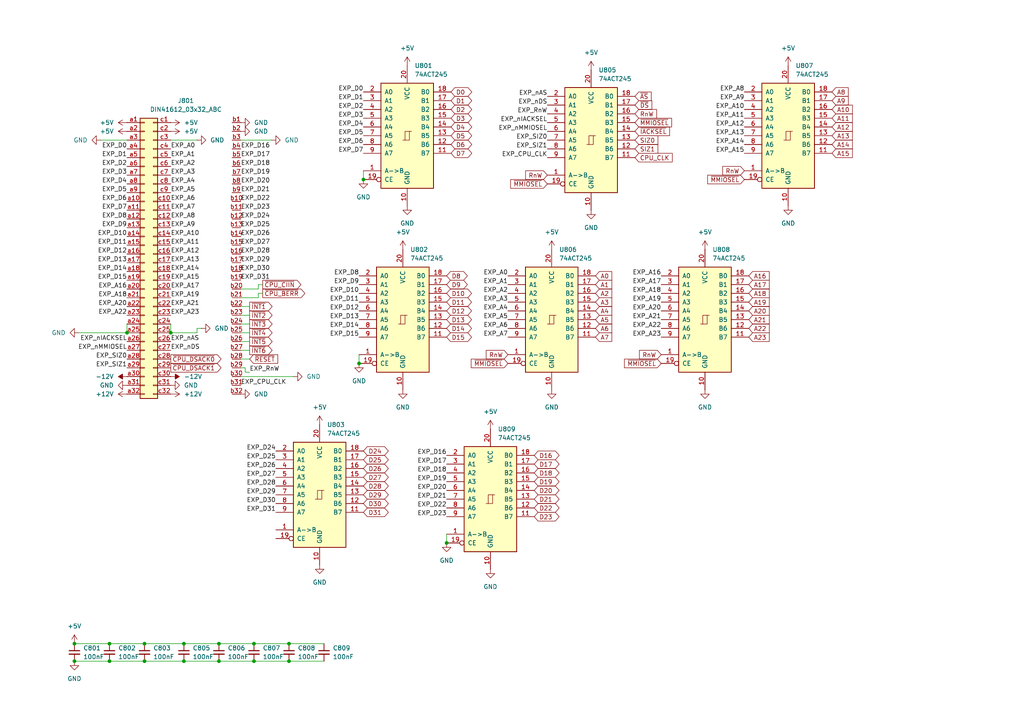
<source format=kicad_sch>
(kicad_sch (version 20250114) (generator "eeschema") (generator_version "9.0")
  (paper "A4")
  (lib_symbols
    (symbol "74xx:74HC245" (pin_names (offset 1.016))
      (property "Reference" "U" (at -7.62 16.51 0))
      (property "Value" "74HC245" (at -7.62 -16.51 0))
      (symbol "74HC245_1_0"
        (polyline (pts (xy -1.27 -1.27) (xy 0.635 -1.27) (xy 0.635 1.27) (xy 1.27 1.27)))
        (polyline (pts (xy -0.635 -1.27) (xy -0.635 1.27) (xy 0.635 1.27)))
        (pin tri_state line (at -12.7 12.7 0) (length 5.08) (name "A0") (number "2"))
        (pin tri_state line (at -12.7 10.16 0) (length 5.08) (name "A1") (number "3"))
        (pin tri_state line (at -12.7 7.62 0) (length 5.08) (name "A2") (number "4"))
        (pin tri_state line (at -12.7 5.08 0) (length 5.08) (name "A3") (number "5"))
        (pin tri_state line (at -12.7 2.54 0) (length 5.08) (name "A4") (number "6"))
        (pin tri_state line (at -12.7 0 0) (length 5.08) (name "A5") (number "7"))
        (pin tri_state line (at -12.7 -2.54 0) (length 5.08) (name "A6") (number "8"))
        (pin tri_state line (at -12.7 -5.08 0) (length 5.08) (name "A7") (number "9"))
        (pin input line (at -12.7 -10.16 0) (length 5.08) (name "A->B") (number "1"))
        (pin input inverted (at -12.7 -12.7 0) (length 5.08) (name "CE") (number "19"))
        (pin power_in line (at 0 20.32 270) (length 5.08) (name "VCC") (number "20"))
        (pin power_in line (at 0 -20.32 90) (length 5.08) (name "GND") (number "10"))
        (pin tri_state line (at 12.7 12.7 180) (length 5.08) (name "B0") (number "18"))
        (pin tri_state line (at 12.7 10.16 180) (length 5.08) (name "B1") (number "17"))
        (pin tri_state line (at 12.7 7.62 180) (length 5.08) (name "B2") (number "16"))
        (pin tri_state line (at 12.7 5.08 180) (length 5.08) (name "B3") (number "15"))
        (pin tri_state line (at 12.7 2.54 180) (length 5.08) (name "B4") (number "14"))
        (pin tri_state line (at 12.7 0 180) (length 5.08) (name "B5") (number "13"))
        (pin tri_state line (at 12.7 -2.54 180) (length 5.08) (name "B6") (number "12"))
        (pin tri_state line (at 12.7 -5.08 180) (length 5.08) (name "B7") (number "11"))
      )
      (symbol "74HC245_1_1"
        (rectangle (start -7.62 15.24) (end 7.62 -15.24) (stroke (width 0.254)) (fill (type background)))
      )
    )
    (symbol "Device:C_Small" (pin_numbers (hide yes)) (pin_names (offset 0.254) (hide yes))
      (property "Reference" "C" (at 0.254 1.778 0))
      (property "Value" "C_Small" (at 0.254 -2.032 0))
      (symbol "C_Small_0_1"
        (polyline (pts (xy -1.524 0.508) (xy 1.524 0.508)) (stroke (width 0.3048)))
        (polyline (pts (xy -1.524 -0.508) (xy 1.524 -0.508)) (stroke (width 0.3302)))
      )
      (symbol "C_Small_1_1"
        (pin passive line (at 0 2.54 270) (length 2.032) (name "~") (number "1"))
        (pin passive line (at 0 -2.54 90) (length 2.032) (name "~") (number "2"))
      )
    )
    (symbol "jrt-Connectors:DIN41612_03x32_ABC" (pin_names (offset 1.016) (hide yes))
      (property "Reference" "J" (at 1.27 40.64 0))
      (property "Value" "DIN41612_03x32_ABC" (at 1.27 -43.18 0))
      (symbol "DIN41612_03x32_ABC_1_1"
        (rectangle (start -1.27 39.37) (end 3.81 -41.91) (stroke (width 0.254)) (fill (type background)))
        (rectangle (start -1.27 38.227) (end 0 37.973) (stroke (width 0.1524)))
        (rectangle (start -1.27 35.687) (end 0 35.433) (stroke (width 0.1524)))
        (rectangle (start -1.27 33.147) (end 0 32.893) (stroke (width 0.1524)))
        (rectangle (start -1.27 30.607) (end 0 30.353) (stroke (width 0.1524)))
        (rectangle (start -1.27 28.067) (end 0 27.813) (stroke (width 0.1524)))
        (rectangle (start -1.27 25.527) (end 0 25.273) (stroke (width 0.1524)))
        (rectangle (start -1.27 22.987) (end 0 22.733) (stroke (width 0.1524)))
        (rectangle (start -1.27 20.447) (end 0 20.193) (stroke (width 0.1524)))
        (rectangle (start -1.27 17.907) (end 0 17.653) (stroke (width 0.1524)))
        (rectangle (start -1.27 15.367) (end 0 15.113) (stroke (width 0.1524)))
        (rectangle (start -1.27 12.827) (end 0 12.573) (stroke (width 0.1524)))
        (rectangle (start -1.27 10.287) (end 0 10.033) (stroke (width 0.1524)))
        (rectangle (start -1.27 7.747) (end 0 7.493) (stroke (width 0.1524)))
        (rectangle (start -1.27 5.207) (end 0 4.953) (stroke (width 0.1524)))
        (rectangle (start -1.27 2.667) (end 0 2.413) (stroke (width 0.1524)))
        (rectangle (start -1.27 0.127) (end 0 -0.127) (stroke (width 0.1524)))
        (rectangle (start -1.27 -2.413) (end 0 -2.667) (stroke (width 0.1524)))
        (rectangle (start -1.27 -4.953) (end 0 -5.207) (stroke (width 0.1524)))
        (rectangle (start -1.27 -7.493) (end 0 -7.747) (stroke (width 0.1524)))
        (rectangle (start -1.27 -10.033) (end 0 -10.287) (stroke (width 0.1524)))
        (rectangle (start -1.27 -12.573) (end 0 -12.827) (stroke (width 0.1524)))
        (rectangle (start -1.27 -15.113) (end 0 -15.367) (stroke (width 0.1524)))
        (rectangle (start -1.27 -17.653) (end 0 -17.907) (stroke (width 0.1524)))
        (rectangle (start -1.27 -20.193) (end 0 -20.447) (stroke (width 0.1524)))
        (rectangle (start -1.27 -22.733) (end 0 -22.987) (stroke (width 0.1524)))
        (rectangle (start -1.27 -25.273) (end 0 -25.527) (stroke (width 0.1524)))
        (rectangle (start -1.27 -27.813) (end 0 -28.067) (stroke (width 0.1524)))
        (rectangle (start -1.27 -30.353) (end 0 -30.607) (stroke (width 0.1524)))
        (rectangle (start -1.27 -32.893) (end 0 -33.147) (stroke (width 0.1524)))
        (rectangle (start -1.27 -35.433) (end 0 -35.687) (stroke (width 0.1524)))
        (rectangle (start -1.27 -37.973) (end 0 -38.227) (stroke (width 0.1524)))
        (rectangle (start -1.27 -40.513) (end 0 -40.767) (stroke (width 0.1524)))
        (rectangle (start 3.81 38.227) (end 2.54 37.973) (stroke (width 0.1524)))
        (rectangle (start 3.81 35.687) (end 2.54 35.433) (stroke (width 0.1524)))
        (rectangle (start 3.81 33.147) (end 2.54 32.893) (stroke (width 0.1524)))
        (rectangle (start 3.81 30.607) (end 2.54 30.353) (stroke (width 0.1524)))
        (rectangle (start 3.81 28.067) (end 2.54 27.813) (stroke (width 0.1524)))
        (rectangle (start 3.81 25.527) (end 2.54 25.273) (stroke (width 0.1524)))
        (rectangle (start 3.81 22.987) (end 2.54 22.733) (stroke (width 0.1524)))
        (rectangle (start 3.81 20.447) (end 2.54 20.193) (stroke (width 0.1524)))
        (rectangle (start 3.81 17.907) (end 2.54 17.653) (stroke (width 0.1524)))
        (rectangle (start 3.81 15.367) (end 2.54 15.113) (stroke (width 0.1524)))
        (rectangle (start 3.81 12.827) (end 2.54 12.573) (stroke (width 0.1524)))
        (rectangle (start 3.81 10.287) (end 2.54 10.033) (stroke (width 0.1524)))
        (rectangle (start 3.81 7.747) (end 2.54 7.493) (stroke (width 0.1524)))
        (rectangle (start 3.81 5.207) (end 2.54 4.953) (stroke (width 0.1524)))
        (rectangle (start 3.81 2.667) (end 2.54 2.413) (stroke (width 0.1524)))
        (rectangle (start 3.81 0.127) (end 2.54 -0.127) (stroke (width 0.1524)))
        (rectangle (start 3.81 -2.413) (end 2.54 -2.667) (stroke (width 0.1524)))
        (rectangle (start 3.81 -4.953) (end 2.54 -5.207) (stroke (width 0.1524)))
        (rectangle (start 3.81 -7.493) (end 2.54 -7.747) (stroke (width 0.1524)))
        (rectangle (start 3.81 -10.033) (end 2.54 -10.287) (stroke (width 0.1524)))
        (rectangle (start 3.81 -12.573) (end 2.54 -12.827) (stroke (width 0.1524)))
        (rectangle (start 3.81 -15.113) (end 2.54 -15.367) (stroke (width 0.1524)))
        (rectangle (start 3.81 -17.653) (end 2.54 -17.907) (stroke (width 0.1524)))
        (rectangle (start 3.81 -20.193) (end 2.54 -20.447) (stroke (width 0.1524)))
        (rectangle (start 3.81 -22.733) (end 2.54 -22.987) (stroke (width 0.1524)))
        (rectangle (start 3.81 -25.273) (end 2.54 -25.527) (stroke (width 0.1524)))
        (rectangle (start 3.81 -27.813) (end 2.54 -28.067) (stroke (width 0.1524)))
        (rectangle (start 3.81 -30.353) (end 2.54 -30.607) (stroke (width 0.1524)))
        (rectangle (start 3.81 -32.893) (end 2.54 -33.147) (stroke (width 0.1524)))
        (rectangle (start 3.81 -35.433) (end 2.54 -35.687) (stroke (width 0.1524)))
        (rectangle (start 3.81 -37.973) (end 2.54 -38.227) (stroke (width 0.1524)))
        (rectangle (start 3.81 -40.513) (end 2.54 -40.767) (stroke (width 0.1524)))
        (pin passive line (at -5.08 38.1 0) (length 3.81) (name "Pin_a1") (number "a1"))
        (pin passive line (at -5.08 35.56 0) (length 3.81) (name "Pin_a2") (number "a2"))
        (pin passive line (at -5.08 33.02 0) (length 3.81) (name "Pin_a3") (number "a3"))
        (pin passive line (at -5.08 30.48 0) (length 3.81) (name "Pin_a4") (number "a4"))
        (pin passive line (at -5.08 27.94 0) (length 3.81) (name "Pin_a5") (number "a5"))
        (pin passive line (at -5.08 25.4 0) (length 3.81) (name "Pin_a6") (number "a6"))
        (pin passive line (at -5.08 22.86 0) (length 3.81) (name "Pin_a7") (number "a7"))
        (pin passive line (at -5.08 20.32 0) (length 3.81) (name "Pin_a8") (number "a8"))
        (pin passive line (at -5.08 17.78 0) (length 3.81) (name "Pin_a9") (number "a9"))
        (pin passive line (at -5.08 15.24 0) (length 3.81) (name "Pin_a10") (number "a10"))
        (pin passive line (at -5.08 12.7 0) (length 3.81) (name "Pin_a11") (number "a11"))
        (pin passive line (at -5.08 10.16 0) (length 3.81) (name "Pin_a12") (number "a12"))
        (pin passive line (at -5.08 7.62 0) (length 3.81) (name "Pin_a13") (number "a13"))
        (pin passive line (at -5.08 5.08 0) (length 3.81) (name "Pin_a14") (number "a14"))
        (pin passive line (at -5.08 2.54 0) (length 3.81) (name "Pin_a15") (number "a15"))
        (pin passive line (at -5.08 0 0) (length 3.81) (name "Pin_a16") (number "a16"))
        (pin passive line (at -5.08 -2.54 0) (length 3.81) (name "Pin_a17") (number "a17"))
        (pin passive line (at -5.08 -5.08 0) (length 3.81) (name "Pin_a18") (number "a18"))
        (pin passive line (at -5.08 -7.62 0) (length 3.81) (name "Pin_a19") (number "a19"))
        (pin passive line (at -5.08 -10.16 0) (length 3.81) (name "Pin_a20") (number "a20"))
        (pin passive line (at -5.08 -12.7 0) (length 3.81) (name "Pin_a21") (number "a21"))
        (pin passive line (at -5.08 -15.24 0) (length 3.81) (name "Pin_a22") (number "a22"))
        (pin passive line (at -5.08 -17.78 0) (length 3.81) (name "Pin_a23") (number "a23"))
        (pin passive line (at -5.08 -20.32 0) (length 3.81) (name "Pin_a24") (number "a24"))
        (pin passive line (at -5.08 -22.86 0) (length 3.81) (name "Pin_a25") (number "a25"))
        (pin passive line (at -5.08 -25.4 0) (length 3.81) (name "Pin_a26") (number "a26"))
        (pin passive line (at -5.08 -27.94 0) (length 3.81) (name "Pin_a27") (number "a27"))
        (pin passive line (at -5.08 -30.48 0) (length 3.81) (name "Pin_a28") (number "a28"))
        (pin passive line (at -5.08 -33.02 0) (length 3.81) (name "Pin_a29") (number "a29"))
        (pin passive line (at -5.08 -35.56 0) (length 3.81) (name "Pin_a30") (number "a30"))
        (pin passive line (at -5.08 -38.1 0) (length 3.81) (name "Pin_a31") (number "a31"))
        (pin passive line (at -5.08 -40.64 0) (length 3.81) (name "Pin_a32") (number "a32"))
        (pin passive line (at 7.62 38.1 180) (length 3.81) (name "Pin_c1") (number "c1"))
        (pin passive line (at 7.62 35.56 180) (length 3.81) (name "Pin_c2") (number "c2"))
        (pin passive line (at 7.62 33.02 180) (length 3.81) (name "Pin_c3") (number "c3"))
        (pin passive line (at 7.62 30.48 180) (length 3.81) (name "Pin_c4") (number "c4"))
        (pin passive line (at 7.62 27.94 180) (length 3.81) (name "Pin_c5") (number "c5"))
        (pin passive line (at 7.62 25.4 180) (length 3.81) (name "Pin_c6") (number "c6"))
        (pin passive line (at 7.62 22.86 180) (length 3.81) (name "Pin_c7") (number "c7"))
        (pin passive line (at 7.62 20.32 180) (length 3.81) (name "Pin_c8") (number "c8"))
        (pin passive line (at 7.62 17.78 180) (length 3.81) (name "Pin_c9") (number "c9"))
        (pin passive line (at 7.62 15.24 180) (length 3.81) (name "Pin_c10") (number "c10"))
        (pin passive line (at 7.62 12.7 180) (length 3.81) (name "Pin_c11") (number "c11"))
        (pin passive line (at 7.62 10.16 180) (length 3.81) (name "Pin_c12") (number "c12"))
        (pin passive line (at 7.62 7.62 180) (length 3.81) (name "Pin_c13") (number "c13"))
        (pin passive line (at 7.62 5.08 180) (length 3.81) (name "Pin_c14") (number "c14"))
        (pin passive line (at 7.62 2.54 180) (length 3.81) (name "Pin_c15") (number "c15"))
        (pin passive line (at 7.62 0 180) (length 3.81) (name "Pin_c16") (number "c16"))
        (pin passive line (at 7.62 -2.54 180) (length 3.81) (name "Pin_c17") (number "c17"))
        (pin passive line (at 7.62 -5.08 180) (length 3.81) (name "Pin_c18") (number "c18"))
        (pin passive line (at 7.62 -7.62 180) (length 3.81) (name "Pin_c19") (number "c19"))
        (pin passive line (at 7.62 -10.16 180) (length 3.81) (name "Pin_c20") (number "c20"))
        (pin passive line (at 7.62 -12.7 180) (length 3.81) (name "Pin_c21") (number "c21"))
        (pin passive line (at 7.62 -15.24 180) (length 3.81) (name "Pin_c22") (number "c22"))
        (pin passive line (at 7.62 -17.78 180) (length 3.81) (name "Pin_c23") (number "c23"))
        (pin passive line (at 7.62 -20.32 180) (length 3.81) (name "Pin_c24") (number "c24"))
        (pin passive line (at 7.62 -22.86 180) (length 3.81) (name "Pin_c25") (number "c25"))
        (pin passive line (at 7.62 -25.4 180) (length 3.81) (name "Pin_c26") (number "c26"))
        (pin passive line (at 7.62 -27.94 180) (length 3.81) (name "Pin_c27") (number "c27"))
        (pin passive line (at 7.62 -30.48 180) (length 3.81) (name "Pin_c28") (number "c28"))
        (pin passive line (at 7.62 -33.02 180) (length 3.81) (name "Pin_c29") (number "c29"))
        (pin passive line (at 7.62 -35.56 180) (length 3.81) (name "Pin_c30") (number "c30"))
        (pin passive line (at 7.62 -38.1 180) (length 3.81) (name "Pin_c31") (number "c31"))
        (pin passive line (at 7.62 -40.64 180) (length 3.81) (name "Pin_c32") (number "c32"))
        (pin passive line (at 27.94 38.1 180) (length 2.54) (name "Pin_b1") (number "b1"))
        (pin passive line (at 27.94 35.56 180) (length 2.54) (name "Pin_b2") (number "b2"))
        (pin passive line (at 27.94 33.02 180) (length 2.54) (name "Pin_b3") (number "b3"))
        (pin passive line (at 27.94 30.48 180) (length 2.54) (name "Pin_b4") (number "b4"))
        (pin passive line (at 27.94 27.94 180) (length 2.54) (name "Pin_b5") (number "b5"))
        (pin passive line (at 27.94 25.4 180) (length 2.54) (name "Pin_b6") (number "b6"))
        (pin passive line (at 27.94 22.86 180) (length 2.54) (name "Pin_b7") (number "b7"))
        (pin passive line (at 27.94 20.32 180) (length 2.54) (name "Pin_b8") (number "b8"))
        (pin passive line (at 27.94 17.78 180) (length 2.54) (name "Pin_b9") (number "b9"))
        (pin passive line (at 27.94 15.24 180) (length 2.54) (name "Pin_b10") (number "b10"))
        (pin passive line (at 27.94 12.7 180) (length 2.54) (name "Pin_b11") (number "b11"))
        (pin passive line (at 27.94 10.16 180) (length 2.54) (name "Pin_b12") (number "b12"))
        (pin passive line (at 27.94 7.62 180) (length 2.54) (name "Pin_b13") (number "b13"))
        (pin passive line (at 27.94 5.08 180) (length 2.54) (name "Pin_b14") (number "b14"))
        (pin passive line (at 27.94 2.54 180) (length 2.54) (name "Pin_b15") (number "b15"))
        (pin passive line (at 27.94 0 180) (length 2.54) (name "Pin_b16") (number "b16"))
        (pin passive line (at 27.94 -2.54 180) (length 2.54) (name "Pin_b17") (number "b17"))
        (pin passive line (at 27.94 -5.08 180) (length 2.54) (name "Pin_b18") (number "b18"))
        (pin passive line (at 27.94 -7.62 180) (length 2.54) (name "Pin_b19") (number "b19"))
        (pin passive line (at 27.94 -10.16 180) (length 2.54) (name "Pin_b20") (number "b20"))
        (pin passive line (at 27.94 -12.7 180) (length 2.54) (name "Pin_b21") (number "b21"))
        (pin passive line (at 27.94 -15.24 180) (length 2.54) (name "Pin_b22") (number "b22"))
        (pin passive line (at 27.94 -17.78 180) (length 2.54) (name "Pin_b23") (number "b23"))
        (pin passive line (at 27.94 -20.32 180) (length 2.54) (name "Pin_b24") (number "b24"))
        (pin passive line (at 27.94 -22.86 180) (length 2.54) (name "Pin_b25") (number "b25"))
        (pin passive line (at 27.94 -25.4 180) (length 2.54) (name "Pin_b26") (number "b26"))
        (pin passive line (at 27.94 -27.94 180) (length 2.54) (name "Pin_b27") (number "b27"))
        (pin passive line (at 27.94 -30.48 180) (length 2.54) (name "Pin_b28") (number "b28"))
        (pin passive line (at 27.94 -33.02 180) (length 2.54) (name "Pin_b29") (number "b29"))
        (pin passive line (at 27.94 -35.56 180) (length 2.54) (name "Pin_b30") (number "b30"))
        (pin passive line (at 27.94 -38.1 180) (length 2.54) (name "Pin_b31") (number "b31"))
        (pin passive line (at 27.94 -40.64 180) (length 2.54) (name "Pin_b32") (number "b32"))
      )
    )
    (symbol "power:+12V" (power) (pin_numbers (hide yes)) (pin_names (offset 0) (hide yes))
      (property "Value" "+12V" (at 0 3.556 0))
      (symbol "+12V_0_1"
        (polyline (pts (xy -0.762 1.27) (xy 0 2.54)))
        (polyline (pts (xy 0 2.54) (xy 0.762 1.27)))
        (polyline (pts (xy 0 0) (xy 0 2.54)))
      )
      (symbol "+12V_1_1"
        (pin power_in line (at 0 0 90) (length 0) (name "~") (number "1"))
      )
    )
    (symbol "power:+5V" (power) (pin_numbers (hide yes)) (pin_names (offset 0) (hide yes))
      (property "Value" "+5V" (at 0 3.556 0))
      (symbol "+5V_0_1"
        (polyline (pts (xy -0.762 1.27) (xy 0 2.54)))
        (polyline (pts (xy 0 2.54) (xy 0.762 1.27)))
        (polyline (pts (xy 0 0) (xy 0 2.54)))
      )
      (symbol "+5V_1_1"
        (pin power_in line (at 0 0 90) (length 0) (name "~") (number "1"))
      )
    )
    (symbol "power:-12V" (power) (pin_numbers (hide yes)) (pin_names (offset 0) (hide yes))
      (property "Value" "-12V" (at 0 3.556 0))
      (symbol "-12V_0_0"
        (pin power_in line (at 0 0 90) (length 0) (name "~") (number "1"))
      )
      (symbol "-12V_0_1"
        (polyline (pts (xy 0 0) (xy 0 1.27) (xy 0.762 1.27) (xy 0 2.54) (xy -0.762 1.27) (xy 0 1.27)) (fill (type outline)))
      )
    )
    (symbol "power:GND" (power) (pin_numbers (hide yes)) (pin_names (offset 0) (hide yes))
      (property "Value" "GND" (at 0 -3.81 0))
      (symbol "GND_0_1"
        (polyline (pts (xy 0 0) (xy 0 -1.27) (xy 1.27 -1.27) (xy 0 -2.54) (xy -1.27 -1.27) (xy 0 -1.27)))
      )
      (symbol "GND_1_1"
        (pin power_in line (at 0 0 270) (length 0) (name "~") (number "1"))
      )
    )
  )
  (junction (at 49.53 96.52))
  (junction (at 63.5 186.69))
  (junction (at 21.59 191.77))
  (junction (at 63.5 191.77))
  (junction (at 36.83 96.52))
  (junction (at 31.75 191.77))
  (junction (at 53.34 186.69))
  (junction (at 53.34 191.77))
  (junction (at 41.91 186.69))
  (junction (at 83.82 191.77))
  (junction (at 105.41 52.07))
  (junction (at 129.54 157.48))
  (junction (at 83.82 186.69))
  (junction (at 21.59 186.69))
  (junction (at 41.91 191.77))
  (junction (at 73.66 191.77))
  (junction (at 73.66 186.69))
  (junction (at 31.75 186.69))
  (junction (at 104.14 105.41))
  (wire (pts (xy 74.93 85.09) (xy 74.93 86.36)))
  (wire (pts (xy 69.85 101.6) (xy 72.39 101.6)))
  (wire (pts (xy 57.15 96.52) (xy 49.53 96.52)))
  (wire (pts (xy 76.2 82.55) (xy 74.93 82.55)))
  (wire (pts (xy 105.41 49.53) (xy 105.41 52.07)))
  (wire (pts (xy 69.85 104.14) (xy 72.39 104.14)))
  (wire (pts (xy 83.82 186.69) (xy 93.98 186.69)))
  (wire (pts (xy 53.34 191.77) (xy 63.5 191.77)))
  (wire (pts (xy 22.86 96.52) (xy 36.83 96.52)))
  (wire (pts (xy 69.85 99.06) (xy 72.39 99.06)))
  (wire (pts (xy 58.42 95.25) (xy 57.15 95.25)))
  (wire (pts (xy 71.12 107.95) (xy 71.12 106.68)))
  (wire (pts (xy 72.39 88.9) (xy 69.85 88.9)))
  (wire (pts (xy 73.66 186.69) (xy 83.82 186.69)))
  (wire (pts (xy 63.5 186.69) (xy 73.66 186.69)))
  (wire (pts (xy 21.59 191.77) (xy 31.75 191.77)))
  (wire (pts (xy 29.21 40.64) (xy 36.83 40.64)))
  (wire (pts (xy 49.53 93.98) (xy 49.53 96.52)))
  (wire (pts (xy 74.93 83.82) (xy 69.85 83.82)))
  (wire (pts (xy 41.91 186.69) (xy 53.34 186.69)))
  (wire (pts (xy 41.91 191.77) (xy 53.34 191.77)))
  (wire (pts (xy 85.09 109.22) (xy 69.85 109.22)))
  (wire (pts (xy 78.74 40.64) (xy 69.85 40.64)))
  (wire (pts (xy 69.85 86.36) (xy 74.93 86.36)))
  (wire (pts (xy 21.59 186.69) (xy 31.75 186.69)))
  (wire (pts (xy 63.5 191.77) (xy 73.66 191.77)))
  (wire (pts (xy 72.39 107.95) (xy 71.12 107.95)))
  (wire (pts (xy 36.83 93.98) (xy 36.83 96.52)))
  (wire (pts (xy 129.54 154.94) (xy 129.54 157.48)))
  (wire (pts (xy 57.15 40.64) (xy 49.53 40.64)))
  (wire (pts (xy 71.12 106.68) (xy 69.85 106.68)))
  (wire (pts (xy 31.75 191.77) (xy 41.91 191.77)))
  (wire (pts (xy 53.34 186.69) (xy 63.5 186.69)))
  (wire (pts (xy 57.15 95.25) (xy 57.15 96.52)))
  (wire (pts (xy 76.2 85.09) (xy 74.93 85.09)))
  (wire (pts (xy 31.75 186.69) (xy 41.91 186.69)))
  (wire (pts (xy 69.85 96.52) (xy 72.39 96.52)))
  (wire (pts (xy 69.85 91.44) (xy 72.39 91.44)))
  (wire (pts (xy 104.14 102.87) (xy 104.14 105.41)))
  (wire (pts (xy 83.82 191.77) (xy 93.98 191.77)))
  (wire (pts (xy 74.93 82.55) (xy 74.93 83.82)))
  (wire (pts (xy 73.66 191.77) (xy 83.82 191.77)))
  (wire (pts (xy 69.85 93.98) (xy 72.39 93.98)))
  (label "EXP_D13" (at 104.14 92.71 180))
  (label "EXP_D17" (at 129.54 134.62 180))
  (label "EXP_D23" (at 69.85 60.96 0))
  (label "EXP_D18" (at 129.54 137.16 180))
  (label "EXP_A19" (at 49.53 86.36 0))
  (label "EXP_A5" (at 147.32 92.71 180))
  (label "EXP_nAS" (at 49.53 99.06 0))
  (label "EXP_A23" (at 191.77 97.79 180))
  (label "EXP_D7" (at 105.41 44.45 180))
  (label "EXP_D22" (at 69.85 58.42 0))
  (label "EXP_D8" (at 104.14 80.01 180))
  (label "EXP_D26" (at 80.01 135.89 180))
  (label "EXP_A12" (at 215.9 36.83 180))
  (label "EXP_D29" (at 69.85 76.2 0))
  (label "EXP_D16" (at 69.85 43.18 0))
  (label "EXP_D11" (at 36.83 71.12 180))
  (label "EXP_A10" (at 49.53 68.58 0))
  (label "EXP_A7" (at 49.53 60.96 0))
  (label "EXP_nIACKSEL" (at 158.75 35.56 180))
  (label "EXP_D20" (at 129.54 142.24 180))
  (label "EXP_A0" (at 49.53 43.18 0))
  (label "EXP_D23" (at 129.54 149.86 180))
  (label "EXP_A7" (at 147.32 97.79 180))
  (label "EXP_D6" (at 105.41 41.91 180))
  (label "EXP_nMMIOSEL" (at 36.83 101.6 180))
  (label "EXP_RnW" (at 158.75 33.02 180))
  (label "EXP_A13" (at 49.53 76.2 0))
  (label "EXP_A21" (at 49.53 88.9 0))
  (label "EXP_D0" (at 36.83 43.18 180))
  (label "EXP_D24" (at 69.85 63.5 0))
  (label "EXP_A9" (at 215.9 29.21 180))
  (label "EXP_D25" (at 80.01 133.35 180))
  (label "EXP_A14" (at 49.53 78.74 0))
  (label "EXP_nDS" (at 158.75 30.48 180))
  (label "EXP_D3" (at 105.41 34.29 180))
  (label "EXP_D19" (at 129.54 139.7 180))
  (label "EXP_D30" (at 69.85 78.74 0))
  (label "EXP_A0" (at 147.32 80.01 180))
  (label "EXP_A17" (at 49.53 83.82 0))
  (label "EXP_A22" (at 36.83 91.44 180))
  (label "EXP_D25" (at 69.85 66.04 0))
  (label "EXP_D30" (at 80.01 146.05 180))
  (label "EXP_D22" (at 129.54 147.32 180))
  (label "EXP_A19" (at 191.77 87.63 180))
  (label "EXP_D24" (at 80.01 130.81 180))
  (label "EXP_A10" (at 215.9 31.75 180))
  (label "EXP_SIZ1" (at 36.83 106.68 180))
  (label "EXP_A6" (at 49.53 58.42 0))
  (label "EXP_RnW" (at 72.39 107.95 0))
  (label "EXP_D12" (at 104.14 90.17 180))
  (label "EXP_CPU_CLK" (at 158.75 45.72 180))
  (label "EXP_A1" (at 49.53 45.72 0))
  (label "EXP_D31" (at 80.01 148.59 180))
  (label "EXP_SIZ0" (at 158.75 40.64 180))
  (label "EXP_D7" (at 36.83 60.96 180))
  (label "EXP_D19" (at 69.85 50.8 0))
  (label "EXP_A4" (at 49.53 53.34 0))
  (label "EXP_D29" (at 80.01 143.51 180))
  (label "EXP_D10" (at 104.14 85.09 180))
  (label "EXP_A16" (at 191.77 80.01 180))
  (label "EXP_D9" (at 36.83 66.04 180))
  (label "EXP_A1" (at 147.32 82.55 180))
  (label "EXP_A16" (at 36.83 83.82 180))
  (label "EXP_D6" (at 36.83 58.42 180))
  (label "EXP_D21" (at 69.85 55.88 0))
  (label "EXP_D2" (at 105.41 31.75 180))
  (label "EXP_A11" (at 49.53 71.12 0))
  (label "EXP_A15" (at 215.9 44.45 180))
  (label "EXP_D13" (at 36.83 76.2 180))
  (label "EXP_D10" (at 36.83 68.58 180))
  (label "EXP_D0" (at 105.41 26.67 180))
  (label "EXP_D8" (at 36.83 63.5 180))
  (label "EXP_A2" (at 147.32 85.09 180))
  (label "EXP_A18" (at 191.77 85.09 180))
  (label "EXP_A14" (at 215.9 41.91 180))
  (label "EXP_D14" (at 36.83 78.74 180))
  (label "EXP_SIZ0" (at 36.83 104.14 180))
  (label "EXP_D18" (at 69.85 48.26 0))
  (label "EXP_D12" (at 36.83 73.66 180))
  (label "EXP_A13" (at 215.9 39.37 180))
  (label "EXP_A17" (at 191.77 82.55 180))
  (label "EXP_D2" (at 36.83 48.26 180))
  (label "EXP_D16" (at 129.54 132.08 180))
  (label "EXP_nIACKSEL" (at 36.83 99.06 180))
  (label "EXP_SIZ1" (at 158.75 43.18 180))
  (label "EXP_D27" (at 80.01 138.43 180))
  (label "EXP_D3" (at 36.83 50.8 180))
  (label "EXP_D20" (at 69.85 53.34 0))
  (label "EXP_A23" (at 49.53 91.44 0))
  (label "EXP_nAS" (at 158.75 27.94 180))
  (label "EXP_A6" (at 147.32 95.25 180))
  (label "EXP_D26" (at 69.85 68.58 0))
  (label "EXP_A3" (at 49.53 50.8 0))
  (label "EXP_D15" (at 104.14 97.79 180))
  (label "EXP_D27" (at 69.85 71.12 0))
  (label "EXP_D31" (at 69.85 81.28 0))
  (label "EXP_CPU_CLK" (at 69.85 111.76 0))
  (label "EXP_A9" (at 49.53 66.04 0))
  (label "EXP_A12" (at 49.53 73.66 0))
  (label "EXP_D4" (at 36.83 53.34 180))
  (label "EXP_D15" (at 36.83 81.28 180))
  (label "EXP_A2" (at 49.53 48.26 0))
  (label "EXP_A22" (at 191.77 95.25 180))
  (label "EXP_A21" (at 191.77 92.71 180))
  (label "EXP_D1" (at 36.83 45.72 180))
  (label "EXP_A18" (at 36.83 86.36 180))
  (label "EXP_D5" (at 36.83 55.88 180))
  (label "EXP_D28" (at 69.85 73.66 0))
  (label "EXP_A8" (at 49.53 63.5 0))
  (label "EXP_D17" (at 69.85 45.72 0))
  (label "EXP_nMMIOSEL" (at 158.75 38.1 180))
  (label "EXP_D28" (at 80.01 140.97 180))
  (label "EXP_A11" (at 215.9 34.29 180))
  (label "EXP_D21" (at 129.54 144.78 180))
  (label "EXP_D9" (at 104.14 82.55 180))
  (label "EXP_A20" (at 191.77 90.17 180))
  (label "EXP_D14" (at 104.14 95.25 180))
  (label "EXP_nDS" (at 49.53 101.6 0))
  (label "EXP_A4" (at 147.32 90.17 180))
  (label "EXP_D4" (at 105.41 36.83 180))
  (label "EXP_A15" (at 49.53 81.28 0))
  (label "EXP_D1" (at 105.41 29.21 180))
  (label "EXP_A20" (at 36.83 88.9 180))
  (label "EXP_A8" (at 215.9 26.67 180))
  (label "EXP_D11" (at 104.14 87.63 180))
  (label "EXP_D5" (at 105.41 39.37 180))
  (label "EXP_A3" (at 147.32 87.63 180))
  (label "EXP_A5" (at 49.53 55.88 0))
  (global_label "A10" (shape input) (at 241.3 31.75 0) (property "Intersheetrefs" "${INTERSHEET_REFS}" (effects (hide yes))))
  (global_label "A15" (shape input) (at 241.3 44.45 0) (property "Intersheetrefs" "${INTERSHEET_REFS}" (effects (hide yes))))
  (global_label "D1" (shape bidirectional) (at 130.81 29.21 0) (property "Intersheetrefs" "${INTERSHEET_REFS}" (effects (hide yes))))
  (global_label "D12" (shape bidirectional) (at 129.54 90.17 0) (property "Intersheetrefs" "${INTERSHEET_REFS}" (effects (hide yes))))
  (global_label "D3" (shape bidirectional) (at 130.81 34.29 0) (property "Intersheetrefs" "${INTERSHEET_REFS}" (effects (hide yes))))
  (global_label "~{INT1}" (shape output) (at 72.39 88.9 0) (property "Intersheetrefs" "${INTERSHEET_REFS}" (effects (hide yes))))
  (global_label "D22" (shape bidirectional) (at 154.94 147.32 0) (property "Intersheetrefs" "${INTERSHEET_REFS}" (effects (hide yes))))
  (global_label "D0" (shape bidirectional) (at 130.81 26.67 0) (property "Intersheetrefs" "${INTERSHEET_REFS}" (effects (hide yes))))
  (global_label "A5" (shape input) (at 172.72 92.71 0) (property "Intersheetrefs" "${INTERSHEET_REFS}" (effects (hide yes))))
  (global_label "A13" (shape input) (at 241.3 39.37 0) (property "Intersheetrefs" "${INTERSHEET_REFS}" (effects (hide yes))))
  (global_label "A7" (shape input) (at 172.72 97.79 0) (property "Intersheetrefs" "${INTERSHEET_REFS}" (effects (hide yes))))
  (global_label "~{RESET}" (shape input) (at 72.39 104.14 0) (property "Intersheetrefs" "${INTERSHEET_REFS}" (effects (hide yes))))
  (global_label "A2" (shape input) (at 172.72 85.09 0) (property "Intersheetrefs" "${INTERSHEET_REFS}" (effects (hide yes))))
  (global_label "A19" (shape input) (at 217.17 87.63 0) (property "Intersheetrefs" "${INTERSHEET_REFS}" (effects (hide yes))))
  (global_label "A12" (shape input) (at 241.3 36.83 0) (property "Intersheetrefs" "${INTERSHEET_REFS}" (effects (hide yes))))
  (global_label "D11" (shape bidirectional) (at 129.54 87.63 0) (property "Intersheetrefs" "${INTERSHEET_REFS}" (effects (hide yes))))
  (global_label "A21" (shape input) (at 217.17 92.71 0) (property "Intersheetrefs" "${INTERSHEET_REFS}" (effects (hide yes))))
  (global_label "D16" (shape bidirectional) (at 154.94 132.08 0) (property "Intersheetrefs" "${INTERSHEET_REFS}" (effects (hide yes))))
  (global_label "~{CPU_BERR}" (shape output) (at 76.2 85.09 0) (property "Intersheetrefs" "${INTERSHEET_REFS}" (effects (hide yes))))
  (global_label "D8" (shape bidirectional) (at 129.54 80.01 0) (property "Intersheetrefs" "${INTERSHEET_REFS}" (effects (hide yes))))
  (global_label "~{CPU_CIIN}" (shape output) (at 76.2 82.55 0) (property "Intersheetrefs" "${INTERSHEET_REFS}" (effects (hide yes))))
  (global_label "~{INT2}" (shape output) (at 72.39 91.44 0) (property "Intersheetrefs" "${INTERSHEET_REFS}" (effects (hide yes))))
  (global_label "D24" (shape bidirectional) (at 105.41 130.81 0) (property "Intersheetrefs" "${INTERSHEET_REFS}" (effects (hide yes))))
  (global_label "A3" (shape input) (at 172.72 87.63 0) (property "Intersheetrefs" "${INTERSHEET_REFS}" (effects (hide yes))))
  (global_label "D5" (shape bidirectional) (at 130.81 39.37 0) (property "Intersheetrefs" "${INTERSHEET_REFS}" (effects (hide yes))))
  (global_label "A14" (shape input) (at 241.3 41.91 0) (property "Intersheetrefs" "${INTERSHEET_REFS}" (effects (hide yes))))
  (global_label "A20" (shape input) (at 217.17 90.17 0) (property "Intersheetrefs" "${INTERSHEET_REFS}" (effects (hide yes))))
  (global_label "A1" (shape input) (at 172.72 82.55 0) (property "Intersheetrefs" "${INTERSHEET_REFS}" (effects (hide yes))))
  (global_label "~{INT5}" (shape output) (at 72.39 99.06 0) (property "Intersheetrefs" "${INTERSHEET_REFS}" (effects (hide yes))))
  (global_label "RnW" (shape input) (at 158.75 50.8 180) (property "Intersheetrefs" "${INTERSHEET_REFS}" (effects (hide yes))))
  (global_label "D9" (shape bidirectional) (at 129.54 82.55 0) (property "Intersheetrefs" "${INTERSHEET_REFS}" (effects (hide yes))))
  (global_label "~{INT6}" (shape output) (at 72.39 101.6 0) (property "Intersheetrefs" "${INTERSHEET_REFS}" (effects (hide yes))))
  (global_label "D27" (shape bidirectional) (at 105.41 138.43 0) (property "Intersheetrefs" "${INTERSHEET_REFS}" (effects (hide yes))))
  (global_label "~{MMIOSEL}" (shape input) (at 147.32 105.41 180) (property "Intersheetrefs" "${INTERSHEET_REFS}" (effects (hide yes))))
  (global_label "D14" (shape bidirectional) (at 129.54 95.25 0) (property "Intersheetrefs" "${INTERSHEET_REFS}" (effects (hide yes))))
  (global_label "~{MMIOSEL}" (shape input) (at 158.75 53.34 180) (property "Intersheetrefs" "${INTERSHEET_REFS}" (effects (hide yes))))
  (global_label "D7" (shape bidirectional) (at 130.81 44.45 0) (property "Intersheetrefs" "${INTERSHEET_REFS}" (effects (hide yes))))
  (global_label "D13" (shape bidirectional) (at 129.54 92.71 0) (property "Intersheetrefs" "${INTERSHEET_REFS}" (effects (hide yes))))
  (global_label "~{INT3}" (shape output) (at 72.39 93.98 0) (property "Intersheetrefs" "${INTERSHEET_REFS}" (effects (hide yes))))
  (global_label "RnW" (shape input) (at 184.15 33.02 0) (property "Intersheetrefs" "${INTERSHEET_REFS}" (effects (hide yes))))
  (global_label "D29" (shape bidirectional) (at 105.41 143.51 0) (property "Intersheetrefs" "${INTERSHEET_REFS}" (effects (hide yes))))
  (global_label "D19" (shape bidirectional) (at 154.94 139.7 0) (property "Intersheetrefs" "${INTERSHEET_REFS}" (effects (hide yes))))
  (global_label "SIZ1" (shape input) (at 184.15 43.18 0) (property "Intersheetrefs" "${INTERSHEET_REFS}" (effects (hide yes))))
  (global_label "A22" (shape input) (at 217.17 95.25 0) (property "Intersheetrefs" "${INTERSHEET_REFS}" (effects (hide yes))))
  (global_label "A4" (shape input) (at 172.72 90.17 0) (property "Intersheetrefs" "${INTERSHEET_REFS}" (effects (hide yes))))
  (global_label "~{MMIOSEL}" (shape input) (at 215.9 52.07 180) (property "Intersheetrefs" "${INTERSHEET_REFS}" (effects (hide yes))))
  (global_label "D25" (shape bidirectional) (at 105.41 133.35 0) (property "Intersheetrefs" "${INTERSHEET_REFS}" (effects (hide yes))))
  (global_label "RnW" (shape input) (at 147.32 102.87 180) (property "Intersheetrefs" "${INTERSHEET_REFS}" (effects (hide yes))))
  (global_label "D26" (shape bidirectional) (at 105.41 135.89 0) (property "Intersheetrefs" "${INTERSHEET_REFS}" (effects (hide yes))))
  (global_label "D18" (shape bidirectional) (at 154.94 137.16 0) (property "Intersheetrefs" "${INTERSHEET_REFS}" (effects (hide yes))))
  (global_label "A11" (shape input) (at 241.3 34.29 0) (property "Intersheetrefs" "${INTERSHEET_REFS}" (effects (hide yes))))
  (global_label "D23" (shape bidirectional) (at 154.94 149.86 0) (property "Intersheetrefs" "${INTERSHEET_REFS}" (effects (hide yes))))
  (global_label "~{AS}" (shape input) (at 184.15 27.94 0) (property "Intersheetrefs" "${INTERSHEET_REFS}" (effects (hide yes))))
  (global_label "D31" (shape bidirectional) (at 105.41 148.59 0) (property "Intersheetrefs" "${INTERSHEET_REFS}" (effects (hide yes))))
  (global_label "~{MMIOSEL}" (shape input) (at 191.77 105.41 180) (property "Intersheetrefs" "${INTERSHEET_REFS}" (effects (hide yes))))
  (global_label "A23" (shape input) (at 217.17 97.79 0) (property "Intersheetrefs" "${INTERSHEET_REFS}" (effects (hide yes))))
  (global_label "A16" (shape input) (at 217.17 80.01 0) (property "Intersheetrefs" "${INTERSHEET_REFS}" (effects (hide yes))))
  (global_label "D17" (shape bidirectional) (at 154.94 134.62 0) (property "Intersheetrefs" "${INTERSHEET_REFS}" (effects (hide yes))))
  (global_label "~{CPU_DSACK0}" (shape output) (at 49.53 104.14 0) (property "Intersheetrefs" "${INTERSHEET_REFS}" (effects (hide yes))))
  (global_label "SIZ0" (shape input) (at 184.15 40.64 0) (property "Intersheetrefs" "${INTERSHEET_REFS}" (effects (hide yes))))
  (global_label "D28" (shape bidirectional) (at 105.41 140.97 0) (property "Intersheetrefs" "${INTERSHEET_REFS}" (effects (hide yes))))
  (global_label "D30" (shape bidirectional) (at 105.41 146.05 0) (property "Intersheetrefs" "${INTERSHEET_REFS}" (effects (hide yes))))
  (global_label "~{IACKSEL}" (shape input) (at 184.15 38.1 0) (property "Intersheetrefs" "${INTERSHEET_REFS}" (effects (hide yes))))
  (global_label "~{CPU_DSACK1}" (shape output) (at 49.53 106.68 0) (property "Intersheetrefs" "${INTERSHEET_REFS}" (effects (hide yes))))
  (global_label "D10" (shape bidirectional) (at 129.54 85.09 0) (property "Intersheetrefs" "${INTERSHEET_REFS}" (effects (hide yes))))
  (global_label "~{DS}" (shape input) (at 184.15 30.48 0) (property "Intersheetrefs" "${INTERSHEET_REFS}" (effects (hide yes))))
  (global_label "A6" (shape input) (at 172.72 95.25 0) (property "Intersheetrefs" "${INTERSHEET_REFS}" (effects (hide yes))))
  (global_label "D4" (shape bidirectional) (at 130.81 36.83 0) (property "Intersheetrefs" "${INTERSHEET_REFS}" (effects (hide yes))))
  (global_label "D6" (shape bidirectional) (at 130.81 41.91 0) (property "Intersheetrefs" "${INTERSHEET_REFS}" (effects (hide yes))))
  (global_label "A18" (shape input) (at 217.17 85.09 0) (property "Intersheetrefs" "${INTERSHEET_REFS}" (effects (hide yes))))
  (global_label "~{INT4}" (shape output) (at 72.39 96.52 0) (property "Intersheetrefs" "${INTERSHEET_REFS}" (effects (hide yes))))
  (global_label "~{MMIOSEL}" (shape input) (at 184.15 35.56 0) (property "Intersheetrefs" "${INTERSHEET_REFS}" (effects (hide yes))))
  (global_label "CPU_CLK" (shape input) (at 184.15 45.72 0) (property "Intersheetrefs" "${INTERSHEET_REFS}" (effects (hide yes))))
  (global_label "D15" (shape bidirectional) (at 129.54 97.79 0) (property "Intersheetrefs" "${INTERSHEET_REFS}" (effects (hide yes))))
  (global_label "D20" (shape bidirectional) (at 154.94 142.24 0) (property "Intersheetrefs" "${INTERSHEET_REFS}" (effects (hide yes))))
  (global_label "A8" (shape input) (at 241.3 26.67 0) (property "Intersheetrefs" "${INTERSHEET_REFS}" (effects (hide yes))))
  (global_label "A9" (shape input) (at 241.3 29.21 0) (property "Intersheetrefs" "${INTERSHEET_REFS}" (effects (hide yes))))
  (global_label "RnW" (shape input) (at 191.77 102.87 180) (property "Intersheetrefs" "${INTERSHEET_REFS}" (effects (hide yes))))
  (global_label "RnW" (shape input) (at 215.9 49.53 180) (property "Intersheetrefs" "${INTERSHEET_REFS}" (effects (hide yes))))
  (global_label "D21" (shape bidirectional) (at 154.94 144.78 0) (property "Intersheetrefs" "${INTERSHEET_REFS}" (effects (hide yes))))
  (global_label "A17" (shape input) (at 217.17 82.55 0) (property "Intersheetrefs" "${INTERSHEET_REFS}" (effects (hide yes))))
  (global_label "A0" (shape input) (at 172.72 80.01 0) (property "Intersheetrefs" "${INTERSHEET_REFS}" (effects (hide yes))))
  (global_label "D2" (shape bidirectional) (at 130.81 31.75 0) (property "Intersheetrefs" "${INTERSHEET_REFS}" (effects (hide yes))))
  (symbol (lib_id "power:-12V") (at 36.83 109.22 90) (unit 1)
    (property "Reference" "#PWR0807" (effects (hide yes)))
    (property "Value" "-12V" (at 33.02 109.2199 90) (effects (justify left)))
    (property "Description" "Power symbol creates a global label with name \"-12V\"" (effects (hide yes)))
  )
  (symbol (lib_id "power:GND") (at 142.24 165.1 0) (unit 1)
    (property "Reference" "#PWR0844" (effects (hide yes)))
    (property "Value" "GND" (at 142.24 170.18 0))
    (property "Description" "Power symbol creates a global label with name \"GND\" , ground" (effects (hide yes)))
  )
  (symbol (lib_id "power:GND") (at 57.15 40.64 90) (unit 1)
    (property "Reference" "#PWR0812" (effects (hide yes)))
    (property "Value" "GND" (at 60.96 40.6399 90) (effects (justify right)))
    (property "Description" "Power symbol creates a global label with name \"GND\" , ground" (effects (hide yes)))
  )
  (symbol (lib_id "74xx:74HC245") (at 92.71 143.51 0) (unit 1)
    (property "Reference" "U803" (at 94.8533 123.19 0) (effects (justify left)))
    (property "Value" "74ACT245" (at 94.8533 125.73 0) (effects (justify left)))
    (property "Footprint" "Package_SO:SOIC-20W_7.5x12.8mm_P1.27mm" (effects (hide yes)))
    (property "Datasheet" "http://www.ti.com/lit/gpn/sn74HC245" (effects (hide yes)))
    (property "Description" "Octal BUS Transceivers, 3-State outputs" (effects (hide yes)))
    (property "Part" "74ACT245SCX" (effects (hide yes)))
  )
  (symbol (lib_id "power:+5V") (at 204.47 72.39 0) (unit 1)
    (property "Reference" "#PWR0840" (effects (hide yes)))
    (property "Value" "+5V" (at 204.47 67.31 0))
    (property "Description" "Power symbol creates a global label with name \"+5V\"" (effects (hide yes)))
  )
  (symbol (lib_id "power:+5V") (at 118.11 19.05 0) (unit 1)
    (property "Reference" "#PWR0821" (effects (hide yes)))
    (property "Value" "+5V" (at 118.11 13.97 0))
    (property "Description" "Power symbol creates a global label with name \"+5V\"" (effects (hide yes)))
  )
  (symbol (lib_id "power:+5V") (at 49.53 35.56 270) (unit 1)
    (property "Reference" "#PWR0802" (effects (hide yes)))
    (property "Value" "+5V" (at 53.34 35.5599 90) (effects (justify left)))
    (property "Description" "Power symbol creates a global label with name \"+5V\"" (effects (hide yes)))
  )
  (symbol (lib_id "power:-12V") (at 49.53 109.22 270) (unit 1)
    (property "Reference" "#PWR0808" (effects (hide yes)))
    (property "Value" "-12V" (at 53.34 109.2199 90) (effects (justify left)))
    (property "Description" "Power symbol creates a global label with name \"-12V\"" (effects (hide yes)))
  )
  (symbol (lib_id "74xx:74HC245") (at 228.6 39.37 0) (unit 1)
    (property "Reference" "U807" (at 230.7433 19.05 0) (effects (justify left)))
    (property "Value" "74ACT245" (at 230.7433 21.59 0) (effects (justify left)))
    (property "Footprint" "Package_SO:SOIC-20W_7.5x12.8mm_P1.27mm" (effects (hide yes)))
    (property "Datasheet" "http://www.ti.com/lit/gpn/sn74HC245" (effects (hide yes)))
    (property "Description" "Octal BUS Transceivers, 3-State outputs" (effects (hide yes)))
    (property "Part" "74ACT245SCX" (effects (hide yes)))
  )
  (symbol (lib_id "jrt-Connectors:DIN41612_03x32_ABC") (at 41.91 73.66 0) (unit 1)
    (property "Reference" "J801" (at 53.9115 29.21 0))
    (property "Value" "DIN41612_03x32_ABC" (at 53.9115 31.75 0))
    (property "Footprint" "Connector_DIN:DIN41612_C_3x32_Female_Vertical_THT" (effects (hide yes)))
    (property "Description" "DIN41612 connector, double row (AC), 02x32, script generated (kicad-library-utils/schlib/autogen/connector/)" (effects (hide yes)))
  )
  (symbol (lib_id "power:GND") (at 36.83 111.76 270) (unit 1)
    (property "Reference" "#PWR0809" (effects (hide yes)))
    (property "Value" "GND" (at 33.02 111.7599 90) (effects (justify right)))
    (property "Description" "Power symbol creates a global label with name \"GND\" , ground" (effects (hide yes)))
  )
  (symbol (lib_id "power:GND") (at 228.6 59.69 0) (unit 1)
    (property "Reference" "#PWR0839" (effects (hide yes)))
    (property "Value" "GND" (at 228.6 64.77 0))
    (property "Description" "Power symbol creates a global label with name \"GND\" , ground" (effects (hide yes)))
  )
  (symbol (lib_id "power:GND") (at 104.14 105.41 0) (unit 1)
    (property "Reference" "#PWR0823" (effects (hide yes)))
    (property "Value" "GND" (at 104.14 110.49 0))
    (property "Description" "Power symbol creates a global label with name \"GND\" , ground" (effects (hide yes)))
  )
  (symbol (lib_id "power:GND") (at 22.86 96.52 270) (unit 1)
    (property "Reference" "#PWR0819" (effects (hide yes)))
    (property "Value" "GND" (at 19.05 96.5199 90) (effects (justify right)))
    (property "Description" "Power symbol creates a global label with name \"GND\" , ground" (effects (hide yes)))
  )
  (symbol (lib_id "power:GND") (at 58.42 95.25 90) (unit 1)
    (property "Reference" "#PWR0820" (effects (hide yes)))
    (property "Value" "GND" (at 62.23 95.2499 90) (effects (justify right)))
    (property "Description" "Power symbol creates a global label with name \"GND\" , ground" (effects (hide yes)))
  )
  (symbol (lib_id "power:GND") (at 69.85 38.1 90) (unit 1)
    (property "Reference" "#PWR0815" (effects (hide yes)))
    (property "Value" "GND" (at 73.66 38.0999 90) (effects (justify right)))
    (property "Description" "Power symbol creates a global label with name \"GND\" , ground" (effects (hide yes)))
  )
  (symbol (lib_id "Device:C_Small") (at 53.34 189.23 0) (unit 1)
    (property "Reference" "C805" (at 55.88 187.9662 0) (effects (justify left)))
    (property "Value" "100nF" (at 55.88 190.5062 0) (effects (justify left)))
    (property "Footprint" "Capacitor_SMD:C_0805_2012Metric" (effects (hide yes)))
    (property "Description" "Unpolarized capacitor, small symbol" (effects (hide yes)))
  )
  (symbol (lib_id "power:+12V") (at 49.53 114.3 270) (unit 1)
    (property "Reference" "#PWR0804" (effects (hide yes)))
    (property "Value" "+12V" (at 53.34 114.2999 90) (effects (justify left)))
    (property "Description" "Power symbol creates a global label with name \"+12V\"" (effects (hide yes)))
  )
  (symbol (lib_id "power:GND") (at 116.84 113.03 0) (unit 1)
    (property "Reference" "#PWR0825" (effects (hide yes)))
    (property "Value" "GND" (at 116.84 118.11 0))
    (property "Description" "Power symbol creates a global label with name \"GND\" , ground" (effects (hide yes)))
  )
  (symbol (lib_id "power:GND") (at 69.85 35.56 90) (unit 1)
    (property "Reference" "#PWR0805" (effects (hide yes)))
    (property "Value" "GND" (at 73.66 35.5599 90) (effects (justify right)))
    (property "Description" "Power symbol creates a global label with name \"GND\" , ground" (effects (hide yes)))
  )
  (symbol (lib_id "power:+5V") (at 49.53 38.1 270) (unit 1)
    (property "Reference" "#PWR0814" (effects (hide yes)))
    (property "Value" "+5V" (at 53.34 38.0999 90) (effects (justify left)))
    (property "Description" "Power symbol creates a global label with name \"+5V\"" (effects (hide yes)))
  )
  (symbol (lib_id "74xx:74HC245") (at 116.84 92.71 0) (unit 1)
    (property "Reference" "U802" (at 118.9833 72.39 0) (effects (justify left)))
    (property "Value" "74ACT245" (at 118.9833 74.93 0) (effects (justify left)))
    (property "Footprint" "Package_SO:SOIC-20W_7.5x12.8mm_P1.27mm" (effects (hide yes)))
    (property "Datasheet" "http://www.ti.com/lit/gpn/sn74HC245" (effects (hide yes)))
    (property "Description" "Octal BUS Transceivers, 3-State outputs" (effects (hide yes)))
    (property "Part" "74ACT245SCX" (effects (hide yes)))
  )
  (symbol (lib_id "power:GND") (at 171.45 60.96 0) (unit 1)
    (property "Reference" "#PWR0836" (effects (hide yes)))
    (property "Value" "GND" (at 171.45 66.04 0))
    (property "Description" "Power symbol creates a global label with name \"GND\" , ground" (effects (hide yes)))
  )
  (symbol (lib_id "power:GND") (at 21.59 191.77 0) (unit 1)
    (property "Reference" "#PWR0833" (effects (hide yes)))
    (property "Value" "GND" (at 21.59 196.85 0))
    (property "Description" "Power symbol creates a global label with name \"GND\" , ground" (effects (hide yes)))
  )
  (symbol (lib_id "74xx:74HC245") (at 160.02 92.71 0) (unit 1)
    (property "Reference" "U806" (at 162.1633 72.39 0) (effects (justify left)))
    (property "Value" "74ACT245" (at 162.1633 74.93 0) (effects (justify left)))
    (property "Footprint" "Package_SO:SOIC-20W_7.5x12.8mm_P1.27mm" (effects (hide yes)))
    (property "Datasheet" "http://www.ti.com/lit/gpn/sn74HC245" (effects (hide yes)))
    (property "Description" "Octal BUS Transceivers, 3-State outputs" (effects (hide yes)))
    (property "Part" "74ACT245SCX" (effects (hide yes)))
  )
  (symbol (lib_id "power:GND") (at 69.85 114.3 90) (unit 1)
    (property "Reference" "#PWR0806" (effects (hide yes)))
    (property "Value" "GND" (at 73.66 114.2999 90) (effects (justify right)))
    (property "Description" "Power symbol creates a global label with name \"GND\" , ground" (effects (hide yes)))
  )
  (symbol (lib_id "74xx:74HC245") (at 142.24 144.78 0) (unit 1)
    (property "Reference" "U809" (at 144.3833 124.46 0) (effects (justify left)))
    (property "Value" "74ACT245" (at 144.3833 127 0) (effects (justify left)))
    (property "Footprint" "Package_SO:SOIC-20W_7.5x12.8mm_P1.27mm" (effects (hide yes)))
    (property "Datasheet" "http://www.ti.com/lit/gpn/sn74HC245" (effects (hide yes)))
    (property "Description" "Octal BUS Transceivers, 3-State outputs" (effects (hide yes)))
    (property "Part" "74ACT245SCX" (effects (hide yes)))
  )
  (symbol (lib_id "74xx:74HC245") (at 204.47 92.71 0) (unit 1)
    (property "Reference" "U808" (at 206.6133 72.39 0) (effects (justify left)))
    (property "Value" "74ACT245" (at 206.6133 74.93 0) (effects (justify left)))
    (property "Footprint" "Package_SO:SOIC-20W_7.5x12.8mm_P1.27mm" (effects (hide yes)))
    (property "Datasheet" "http://www.ti.com/lit/gpn/sn74HC245" (effects (hide yes)))
    (property "Description" "Octal BUS Transceivers, 3-State outputs" (effects (hide yes)))
    (property "Part" "74ACT245SCX" (effects (hide yes)))
  )
  (symbol (lib_id "power:+5V") (at 228.6 19.05 0) (unit 1)
    (property "Reference" "#PWR0838" (effects (hide yes)))
    (property "Value" "+5V" (at 228.6 13.97 0))
    (property "Description" "Power symbol creates a global label with name \"+5V\"" (effects (hide yes)))
  )
  (symbol (lib_id "Device:C_Small") (at 83.82 189.23 0) (unit 1)
    (property "Reference" "C808" (at 86.36 187.9662 0) (effects (justify left)))
    (property "Value" "100nF" (at 86.36 190.5062 0) (effects (justify left)))
    (property "Footprint" "Capacitor_SMD:C_0805_2012Metric" (effects (hide yes)))
    (property "Description" "Unpolarized capacitor, small symbol" (effects (hide yes)))
  )
  (symbol (lib_id "power:GND") (at 160.02 113.03 0) (unit 1)
    (property "Reference" "#PWR0837" (effects (hide yes)))
    (property "Value" "GND" (at 160.02 118.11 0))
    (property "Description" "Power symbol creates a global label with name \"GND\" , ground" (effects (hide yes)))
  )
  (symbol (lib_id "Device:C_Small") (at 73.66 189.23 0) (unit 1)
    (property "Reference" "C807" (at 76.2 187.9662 0) (effects (justify left)))
    (property "Value" "100nF" (at 76.2 190.5062 0) (effects (justify left)))
    (property "Footprint" "Capacitor_SMD:C_0805_2012Metric" (effects (hide yes)))
    (property "Description" "Unpolarized capacitor, small symbol" (effects (hide yes)))
  )
  (symbol (lib_id "power:+5V") (at 171.45 20.32 0) (unit 1)
    (property "Reference" "#PWR0835" (effects (hide yes)))
    (property "Value" "+5V" (at 171.45 15.24 0))
    (property "Description" "Power symbol creates a global label with name \"+5V\"" (effects (hide yes)))
  )
  (symbol (lib_id "Device:C_Small") (at 21.59 189.23 0) (unit 1)
    (property "Reference" "C801" (at 24.13 187.9662 0) (effects (justify left)))
    (property "Value" "100nF" (at 24.13 190.5062 0) (effects (justify left)))
    (property "Footprint" "Capacitor_SMD:C_0805_2012Metric" (effects (hide yes)))
    (property "Description" "Unpolarized capacitor, small symbol" (effects (hide yes)))
  )
  (symbol (lib_id "power:GND") (at 49.53 111.76 90) (unit 1)
    (property "Reference" "#PWR0810" (effects (hide yes)))
    (property "Value" "GND" (at 53.34 111.7599 90) (effects (justify right)))
    (property "Description" "Power symbol creates a global label with name \"GND\" , ground" (effects (hide yes)))
  )
  (symbol (lib_id "Device:C_Small") (at 93.98 189.23 0) (unit 1)
    (property "Reference" "C809" (at 96.52 187.9662 0) (effects (justify left)))
    (property "Value" "100nF" (at 96.52 190.5062 0) (effects (justify left)))
    (property "Footprint" "Capacitor_SMD:C_0805_2012Metric" (effects (hide yes)))
    (property "Description" "Unpolarized capacitor, small symbol" (effects (hide yes)))
  )
  (symbol (lib_id "Device:C_Small") (at 63.5 189.23 0) (unit 1)
    (property "Reference" "C806" (at 66.04 187.9662 0) (effects (justify left)))
    (property "Value" "100nF" (at 66.04 190.5062 0) (effects (justify left)))
    (property "Footprint" "Capacitor_SMD:C_0805_2012Metric" (effects (hide yes)))
    (property "Description" "Unpolarized capacitor, small symbol" (effects (hide yes)))
  )
  (symbol (lib_id "power:GND") (at 105.41 52.07 0) (unit 1)
    (property "Reference" "#PWR0817" (effects (hide yes)))
    (property "Value" "GND" (at 105.41 57.15 0))
    (property "Description" "Power symbol creates a global label with name \"GND\" , ground" (effects (hide yes)))
  )
  (symbol (lib_id "power:+5V") (at 36.83 35.56 90) (unit 1)
    (property "Reference" "#PWR0801" (effects (hide yes)))
    (property "Value" "+5V" (at 33.02 35.5599 90) (effects (justify left)))
    (property "Description" "Power symbol creates a global label with name \"+5V\"" (effects (hide yes)))
  )
  (symbol (lib_id "74xx:74HC245") (at 171.45 40.64 0) (unit 1)
    (property "Reference" "U805" (at 173.5933 20.32 0) (effects (justify left)))
    (property "Value" "74ACT245" (at 173.5933 22.86 0) (effects (justify left)))
    (property "Footprint" "Package_SO:SOIC-20W_7.5x12.8mm_P1.27mm" (effects (hide yes)))
    (property "Datasheet" "http://www.ti.com/lit/gpn/sn74HC245" (effects (hide yes)))
    (property "Description" "Octal BUS Transceivers, 3-State outputs" (effects (hide yes)))
    (property "Part" "74ACT245SCX" (effects (hide yes)))
  )
  (symbol (lib_id "power:+5V") (at 92.71 123.19 0) (unit 1)
    (property "Reference" "#PWR0827" (effects (hide yes)))
    (property "Value" "+5V" (at 92.71 118.11 0))
    (property "Description" "Power symbol creates a global label with name \"+5V\"" (effects (hide yes)))
  )
  (symbol (lib_id "power:GND") (at 204.47 113.03 0) (unit 1)
    (property "Reference" "#PWR0841" (effects (hide yes)))
    (property "Value" "GND" (at 204.47 118.11 0))
    (property "Description" "Power symbol creates a global label with name \"GND\" , ground" (effects (hide yes)))
  )
  (symbol (lib_id "Device:C_Small") (at 31.75 189.23 0) (unit 1)
    (property "Reference" "C802" (at 34.29 187.9662 0) (effects (justify left)))
    (property "Value" "100nF" (at 34.29 190.5062 0) (effects (justify left)))
    (property "Footprint" "Capacitor_SMD:C_0805_2012Metric" (effects (hide yes)))
    (property "Description" "Unpolarized capacitor, small symbol" (effects (hide yes)))
  )
  (symbol (lib_id "power:+12V") (at 36.83 114.3 90) (unit 1)
    (property "Reference" "#PWR0803" (effects (hide yes)))
    (property "Value" "+12V" (at 33.02 114.2999 90) (effects (justify left)))
    (property "Description" "Power symbol creates a global label with name \"+12V\"" (effects (hide yes)))
  )
  (symbol (lib_id "power:GND") (at 29.21 40.64 270) (unit 1)
    (property "Reference" "#PWR0811" (effects (hide yes)))
    (property "Value" "GND" (at 25.4 40.6399 90) (effects (justify right)))
    (property "Description" "Power symbol creates a global label with name \"GND\" , ground" (effects (hide yes)))
  )
  (symbol (lib_id "power:GND") (at 78.74 40.64 90) (unit 1)
    (property "Reference" "#PWR0816" (effects (hide yes)))
    (property "Value" "GND" (at 82.55 40.6399 90) (effects (justify right)))
    (property "Description" "Power symbol creates a global label with name \"GND\" , ground" (effects (hide yes)))
  )
  (symbol (lib_id "power:+5V") (at 160.02 72.39 0) (unit 1)
    (property "Reference" "#PWR0834" (effects (hide yes)))
    (property "Value" "+5V" (at 160.02 67.31 0))
    (property "Description" "Power symbol creates a global label with name \"+5V\"" (effects (hide yes)))
  )
  (symbol (lib_id "power:+5V") (at 21.59 186.69 0) (unit 1)
    (property "Reference" "#PWR0832" (effects (hide yes)))
    (property "Value" "+5V" (at 21.59 181.61 0))
    (property "Description" "Power symbol creates a global label with name \"+5V\"" (effects (hide yes)))
  )
  (symbol (lib_id "power:GND") (at 92.71 163.83 0) (unit 1)
    (property "Reference" "#PWR0828" (effects (hide yes)))
    (property "Value" "GND" (at 92.71 168.91 0))
    (property "Description" "Power symbol creates a global label with name \"GND\" , ground" (effects (hide yes)))
  )
  (symbol (lib_id "Device:C_Small") (at 41.91 189.23 0) (unit 1)
    (property "Reference" "C803" (at 44.45 187.9662 0) (effects (justify left)))
    (property "Value" "100nF" (at 44.45 190.5062 0) (effects (justify left)))
    (property "Footprint" "Capacitor_SMD:C_0805_2012Metric" (effects (hide yes)))
    (property "Description" "Unpolarized capacitor, small symbol" (effects (hide yes)))
  )
  (symbol (lib_id "power:GND") (at 85.09 109.22 90) (unit 1)
    (property "Reference" "#PWR0818" (effects (hide yes)))
    (property "Value" "GND" (at 88.9 109.2199 90) (effects (justify right)))
    (property "Description" "Power symbol creates a global label with name \"GND\" , ground" (effects (hide yes)))
  )
  (symbol (lib_id "power:+5V") (at 142.24 124.46 0) (unit 1)
    (property "Reference" "#PWR0843" (effects (hide yes)))
    (property "Value" "+5V" (at 142.24 119.38 0))
    (property "Description" "Power symbol creates a global label with name \"+5V\"" (effects (hide yes)))
  )
  (symbol (lib_id "power:+5V") (at 116.84 72.39 0) (unit 1)
    (property "Reference" "#PWR0824" (effects (hide yes)))
    (property "Value" "+5V" (at 116.84 67.31 0))
    (property "Description" "Power symbol creates a global label with name \"+5V\"" (effects (hide yes)))
  )
  (symbol (lib_id "power:+5V") (at 36.83 38.1 90) (unit 1)
    (property "Reference" "#PWR0813" (effects (hide yes)))
    (property "Value" "+5V" (at 33.02 38.0999 90) (effects (justify left)))
    (property "Description" "Power symbol creates a global label with name \"+5V\"" (effects (hide yes)))
  )
  (symbol (lib_id "power:GND") (at 129.54 157.48 0) (unit 1)
    (property "Reference" "#PWR0842" (effects (hide yes)))
    (property "Value" "GND" (at 129.54 162.56 0))
    (property "Description" "Power symbol creates a global label with name \"GND\" , ground" (effects (hide yes)))
  )
  (symbol (lib_id "74xx:74HC245") (at 118.11 39.37 0) (unit 1)
    (property "Reference" "U801" (at 120.2533 19.05 0) (effects (justify left)))
    (property "Value" "74ACT245" (at 120.2533 21.59 0) (effects (justify left)))
    (property "Footprint" "Package_SO:SOIC-20W_7.5x12.8mm_P1.27mm" (effects (hide yes)))
    (property "Datasheet" "http://www.ti.com/lit/gpn/sn74HC245" (effects (hide yes)))
    (property "Description" "Octal BUS Transceivers, 3-State outputs" (effects (hide yes)))
    (property "Part" "74ACT245SCX" (effects (hide yes)))
  )
  (symbol (lib_id "power:GND") (at 118.11 59.69 0) (unit 1)
    (property "Reference" "#PWR0822" (effects (hide yes)))
    (property "Value" "GND" (at 118.11 64.77 0))
    (property "Description" "Power symbol creates a global label with name \"GND\" , ground" (effects (hide yes)))
  )
)
</source>
